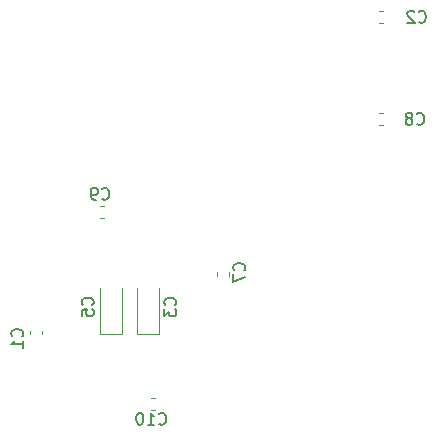
<source format=gbr>
%TF.GenerationSoftware,KiCad,Pcbnew,(6.0.4)*%
%TF.CreationDate,2022-06-24T18:11:39+09:00*%
%TF.ProjectId,cleanbot,636c6561-6e62-46f7-942e-6b696361645f,rev?*%
%TF.SameCoordinates,Original*%
%TF.FileFunction,Legend,Bot*%
%TF.FilePolarity,Positive*%
%FSLAX46Y46*%
G04 Gerber Fmt 4.6, Leading zero omitted, Abs format (unit mm)*
G04 Created by KiCad (PCBNEW (6.0.4)) date 2022-06-24 18:11:39*
%MOMM*%
%LPD*%
G01*
G04 APERTURE LIST*
%ADD10C,0.150000*%
%ADD11C,0.120000*%
G04 APERTURE END LIST*
D10*
%TO.C,C2*%
X56046666Y54506857D02*
X56094285Y54459238D01*
X56237142Y54411619D01*
X56332380Y54411619D01*
X56475238Y54459238D01*
X56570476Y54554476D01*
X56618095Y54649714D01*
X56665714Y54840190D01*
X56665714Y54983047D01*
X56618095Y55173523D01*
X56570476Y55268761D01*
X56475238Y55364000D01*
X56332380Y55411619D01*
X56237142Y55411619D01*
X56094285Y55364000D01*
X56046666Y55316380D01*
X55665714Y55316380D02*
X55618095Y55364000D01*
X55522857Y55411619D01*
X55284761Y55411619D01*
X55189523Y55364000D01*
X55141904Y55316380D01*
X55094285Y55221142D01*
X55094285Y55125904D01*
X55141904Y54983047D01*
X55713333Y54411619D01*
X55094285Y54411619D01*
%TO.C,C5*%
X28424142Y30519666D02*
X28471761Y30567285D01*
X28519380Y30710142D01*
X28519380Y30805380D01*
X28471761Y30948238D01*
X28376523Y31043476D01*
X28281285Y31091095D01*
X28090809Y31138714D01*
X27947952Y31138714D01*
X27757476Y31091095D01*
X27662238Y31043476D01*
X27567000Y30948238D01*
X27519380Y30805380D01*
X27519380Y30710142D01*
X27567000Y30567285D01*
X27614619Y30519666D01*
X27519380Y29614904D02*
X27519380Y30091095D01*
X27995571Y30138714D01*
X27947952Y30091095D01*
X27900333Y29995857D01*
X27900333Y29757761D01*
X27947952Y29662523D01*
X27995571Y29614904D01*
X28090809Y29567285D01*
X28328904Y29567285D01*
X28424142Y29614904D01*
X28471761Y29662523D01*
X28519380Y29757761D01*
X28519380Y29995857D01*
X28471761Y30091095D01*
X28424142Y30138714D01*
%TO.C,C3*%
X35409142Y30519666D02*
X35456761Y30567285D01*
X35504380Y30710142D01*
X35504380Y30805380D01*
X35456761Y30948238D01*
X35361523Y31043476D01*
X35266285Y31091095D01*
X35075809Y31138714D01*
X34932952Y31138714D01*
X34742476Y31091095D01*
X34647238Y31043476D01*
X34552000Y30948238D01*
X34504380Y30805380D01*
X34504380Y30710142D01*
X34552000Y30567285D01*
X34599619Y30519666D01*
X34504380Y30186333D02*
X34504380Y29567285D01*
X34885333Y29900619D01*
X34885333Y29757761D01*
X34932952Y29662523D01*
X34980571Y29614904D01*
X35075809Y29567285D01*
X35313904Y29567285D01*
X35409142Y29614904D01*
X35456761Y29662523D01*
X35504380Y29757761D01*
X35504380Y30043476D01*
X35456761Y30138714D01*
X35409142Y30186333D01*
%TO.C,C7*%
X41251142Y33433433D02*
X41298761Y33481052D01*
X41346380Y33623909D01*
X41346380Y33719147D01*
X41298761Y33862005D01*
X41203523Y33957243D01*
X41108285Y34004862D01*
X40917809Y34052481D01*
X40774952Y34052481D01*
X40584476Y34004862D01*
X40489238Y33957243D01*
X40394000Y33862005D01*
X40346380Y33719147D01*
X40346380Y33623909D01*
X40394000Y33481052D01*
X40441619Y33433433D01*
X40346380Y33100100D02*
X40346380Y32433433D01*
X41346380Y32862005D01*
%TO.C,C8*%
X55893166Y45870857D02*
X55940785Y45823238D01*
X56083642Y45775619D01*
X56178880Y45775619D01*
X56321738Y45823238D01*
X56416976Y45918476D01*
X56464595Y46013714D01*
X56512214Y46204190D01*
X56512214Y46347047D01*
X56464595Y46537523D01*
X56416976Y46632761D01*
X56321738Y46728000D01*
X56178880Y46775619D01*
X56083642Y46775619D01*
X55940785Y46728000D01*
X55893166Y46680380D01*
X55321738Y46347047D02*
X55416976Y46394666D01*
X55464595Y46442285D01*
X55512214Y46537523D01*
X55512214Y46585142D01*
X55464595Y46680380D01*
X55416976Y46728000D01*
X55321738Y46775619D01*
X55131261Y46775619D01*
X55036023Y46728000D01*
X54988404Y46680380D01*
X54940785Y46585142D01*
X54940785Y46537523D01*
X54988404Y46442285D01*
X55036023Y46394666D01*
X55131261Y46347047D01*
X55321738Y46347047D01*
X55416976Y46299428D01*
X55464595Y46251809D01*
X55512214Y46156571D01*
X55512214Y45966095D01*
X55464595Y45870857D01*
X55416976Y45823238D01*
X55321738Y45775619D01*
X55131261Y45775619D01*
X55036023Y45823238D01*
X54988404Y45870857D01*
X54940785Y45966095D01*
X54940785Y46156571D01*
X54988404Y46251809D01*
X55036023Y46299428D01*
X55131261Y46347047D01*
%TO.C,C1*%
X22455142Y27852666D02*
X22502761Y27900285D01*
X22550380Y28043142D01*
X22550380Y28138380D01*
X22502761Y28281238D01*
X22407523Y28376476D01*
X22312285Y28424095D01*
X22121809Y28471714D01*
X21978952Y28471714D01*
X21788476Y28424095D01*
X21693238Y28376476D01*
X21598000Y28281238D01*
X21550380Y28138380D01*
X21550380Y28043142D01*
X21598000Y27900285D01*
X21645619Y27852666D01*
X22550380Y26900285D02*
X22550380Y27471714D01*
X22550380Y27186000D02*
X21550380Y27186000D01*
X21693238Y27281238D01*
X21788476Y27376476D01*
X21836095Y27471714D01*
%TO.C,C9*%
X29230399Y39520857D02*
X29278018Y39473238D01*
X29420875Y39425619D01*
X29516113Y39425619D01*
X29658971Y39473238D01*
X29754209Y39568476D01*
X29801828Y39663714D01*
X29849447Y39854190D01*
X29849447Y39997047D01*
X29801828Y40187523D01*
X29754209Y40282761D01*
X29658971Y40378000D01*
X29516113Y40425619D01*
X29420875Y40425619D01*
X29278018Y40378000D01*
X29230399Y40330380D01*
X28754209Y39425619D02*
X28563733Y39425619D01*
X28468494Y39473238D01*
X28420875Y39520857D01*
X28325637Y39663714D01*
X28278018Y39854190D01*
X28278018Y40235142D01*
X28325637Y40330380D01*
X28373256Y40378000D01*
X28468494Y40425619D01*
X28658971Y40425619D01*
X28754209Y40378000D01*
X28801828Y40330380D01*
X28849447Y40235142D01*
X28849447Y39997047D01*
X28801828Y39901809D01*
X28754209Y39854190D01*
X28658971Y39806571D01*
X28468494Y39806571D01*
X28373256Y39854190D01*
X28325637Y39901809D01*
X28278018Y39997047D01*
%TO.C,C10*%
X34051090Y20470857D02*
X34098709Y20423238D01*
X34241566Y20375619D01*
X34336804Y20375619D01*
X34479661Y20423238D01*
X34574899Y20518476D01*
X34622518Y20613714D01*
X34670137Y20804190D01*
X34670137Y20947047D01*
X34622518Y21137523D01*
X34574899Y21232761D01*
X34479661Y21328000D01*
X34336804Y21375619D01*
X34241566Y21375619D01*
X34098709Y21328000D01*
X34051090Y21280380D01*
X33098709Y20375619D02*
X33670137Y20375619D01*
X33384423Y20375619D02*
X33384423Y21375619D01*
X33479661Y21232761D01*
X33574899Y21137523D01*
X33670137Y21089904D01*
X32479661Y21375619D02*
X32384423Y21375619D01*
X32289185Y21328000D01*
X32241566Y21280380D01*
X32193947Y21185142D01*
X32146328Y20994666D01*
X32146328Y20756571D01*
X32193947Y20566095D01*
X32241566Y20470857D01*
X32289185Y20423238D01*
X32384423Y20375619D01*
X32479661Y20375619D01*
X32574899Y20423238D01*
X32622518Y20470857D01*
X32670137Y20566095D01*
X32717756Y20756571D01*
X32717756Y20994666D01*
X32670137Y21185142D01*
X32622518Y21280380D01*
X32574899Y21328000D01*
X32479661Y21375619D01*
D11*
%TO.C,C2*%
X52685733Y54354000D02*
X52978267Y54354000D01*
X52685733Y55374000D02*
X52978267Y55374000D01*
%TO.C,C5*%
X29037000Y28043000D02*
X29037000Y31953000D01*
X30907000Y31953000D02*
X30907000Y28043000D01*
X30907000Y28043000D02*
X29037000Y28043000D01*
%TO.C,C3*%
X34082000Y28043000D02*
X32212000Y28043000D01*
X32212000Y28043000D02*
X32212000Y31953000D01*
X34082000Y31953000D02*
X34082000Y28043000D01*
%TO.C,C7*%
X40007000Y33266767D02*
X40007000Y32974233D01*
X38987000Y33266767D02*
X38987000Y32974233D01*
%TO.C,C8*%
X52685733Y46738000D02*
X52978267Y46738000D01*
X52685733Y45718000D02*
X52978267Y45718000D01*
%TO.C,C1*%
X24132000Y28047733D02*
X24132000Y28340267D01*
X23112000Y28047733D02*
X23112000Y28340267D01*
%TO.C,C9*%
X29063733Y38864000D02*
X29356267Y38864000D01*
X29063733Y37844000D02*
X29356267Y37844000D01*
%TO.C,C10*%
X33700767Y22608000D02*
X33408233Y22608000D01*
X33700767Y21588000D02*
X33408233Y21588000D01*
%TD*%
M02*

</source>
